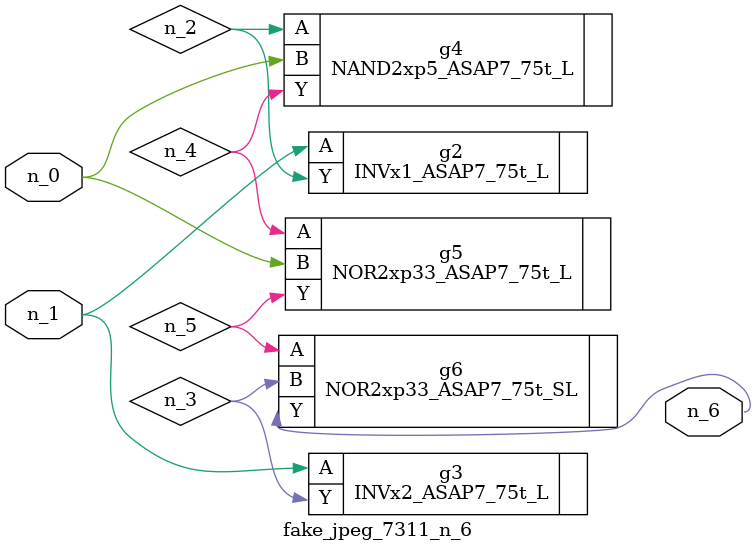
<source format=v>
module fake_jpeg_7311_n_6 (n_0, n_1, n_6);

input n_0;
input n_1;

output n_6;

wire n_2;
wire n_3;
wire n_4;
wire n_5;

INVx1_ASAP7_75t_L g2 ( 
.A(n_1),
.Y(n_2)
);

INVx2_ASAP7_75t_L g3 ( 
.A(n_1),
.Y(n_3)
);

NAND2xp5_ASAP7_75t_L g4 ( 
.A(n_2),
.B(n_0),
.Y(n_4)
);

NOR2xp33_ASAP7_75t_L g5 ( 
.A(n_4),
.B(n_0),
.Y(n_5)
);

NOR2xp33_ASAP7_75t_SL g6 ( 
.A(n_5),
.B(n_3),
.Y(n_6)
);


endmodule
</source>
